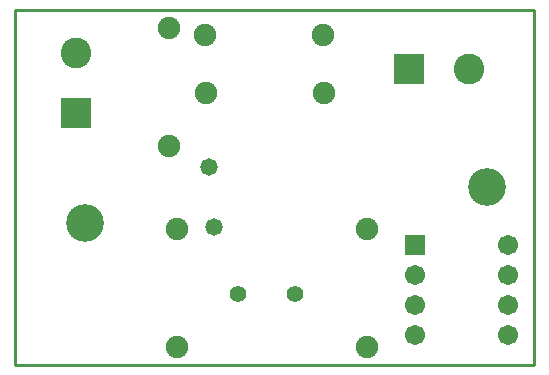
<source format=gbs>
G04 Layer_Color=16711935*
%FSLAX44Y44*%
%MOMM*%
G71*
G01*
G75*
%ADD15C,0.2540*%
%ADD35C,1.9032*%
%ADD36C,3.2032*%
%ADD37R,2.6032X2.6032*%
%ADD38C,2.6032*%
%ADD39C,1.4224*%
%ADD40R,1.7032X1.7032*%
%ADD41C,1.7032*%
%ADD42R,2.6032X2.6032*%
%ADD43C,1.4732*%
D15*
X0Y0D02*
X440000D01*
Y300000D01*
X0D02*
X440000D01*
X0Y0D02*
Y300000D01*
D35*
X137160Y14770D02*
D03*
Y114770D02*
D03*
X298450Y14770D02*
D03*
Y114770D02*
D03*
X130810Y284950D02*
D03*
Y184950D02*
D03*
X260820Y279400D02*
D03*
X160820D02*
D03*
X262090Y229870D02*
D03*
X162090D02*
D03*
D36*
X400000Y150000D02*
D03*
X60000Y120000D02*
D03*
D37*
X52070Y213360D02*
D03*
D38*
Y264160D02*
D03*
X384810Y250190D02*
D03*
D39*
X189230Y59690D02*
D03*
X237490D02*
D03*
D40*
X339110Y101600D02*
D03*
D41*
Y76200D02*
D03*
Y50800D02*
D03*
Y25400D02*
D03*
X417810D02*
D03*
Y50800D02*
D03*
Y76200D02*
D03*
Y101600D02*
D03*
D42*
X334010Y250190D02*
D03*
D43*
X168910Y116840D02*
D03*
X164490Y167030D02*
D03*
M02*

</source>
